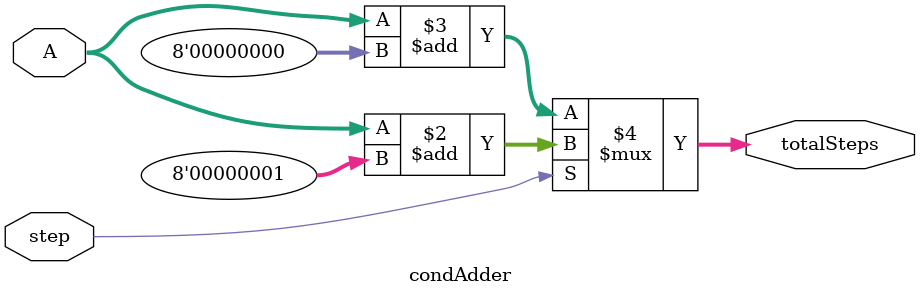
<source format=v>
module condAdder(step, A, totalSteps);
    input  step;
    input  [7:0] A;
    output [7:0] totalSteps;

    assign totalSteps = (step == 1'b1) ? (A+8'b1) : (A+8'b0);
endmodule
</source>
